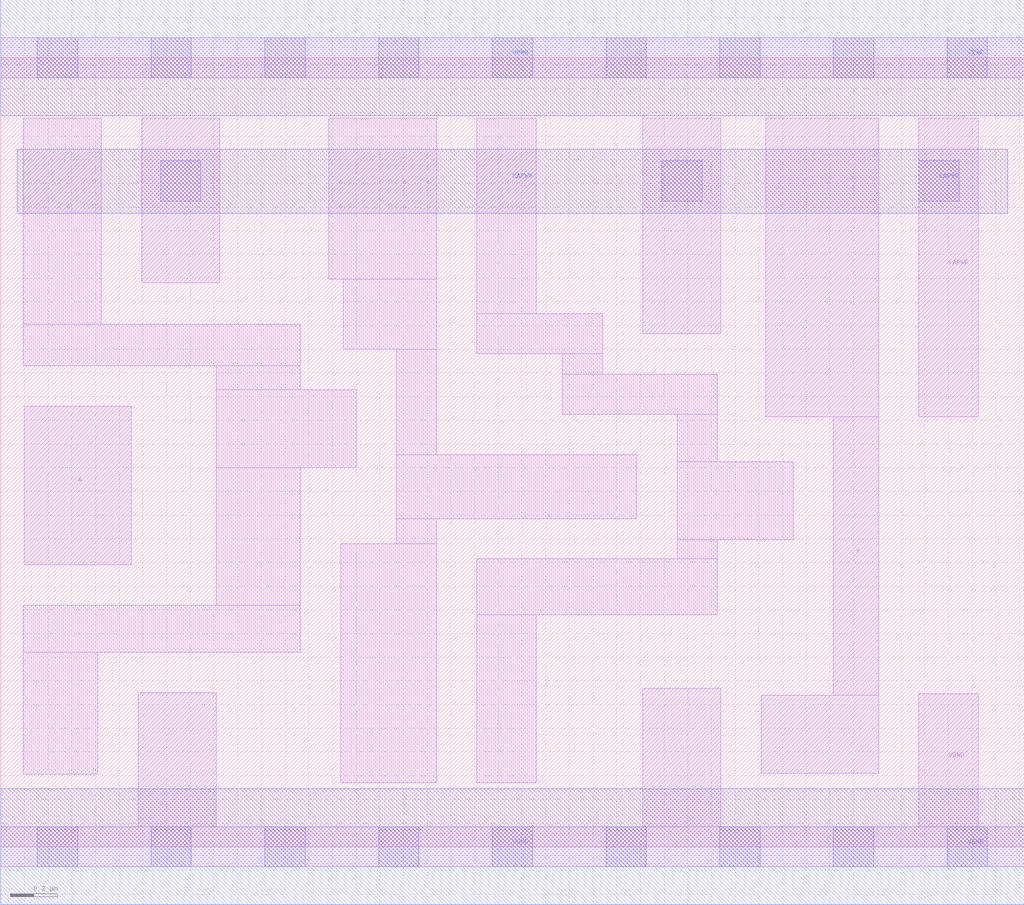
<source format=lef>
# Copyright 2020 The SkyWater PDK Authors
#
# Licensed under the Apache License, Version 2.0 (the "License");
# you may not use this file except in compliance with the License.
# You may obtain a copy of the License at
#
#     https://www.apache.org/licenses/LICENSE-2.0
#
# Unless required by applicable law or agreed to in writing, software
# distributed under the License is distributed on an "AS IS" BASIS,
# WITHOUT WARRANTIES OR CONDITIONS OF ANY KIND, either express or implied.
# See the License for the specific language governing permissions and
# limitations under the License.
#
# SPDX-License-Identifier: Apache-2.0

VERSION 5.7 ;
  NAMESCASESENSITIVE ON ;
  NOWIREEXTENSIONATPIN ON ;
  DIVIDERCHAR "/" ;
  BUSBITCHARS "[]" ;
UNITS
  DATABASE MICRONS 200 ;
END UNITS
MACRO sky130_fd_sc_lp__dlybuf4s25kapwr_2
  CLASS CORE ;
  SOURCE USER ;
  FOREIGN sky130_fd_sc_lp__dlybuf4s25kapwr_2 ;
  ORIGIN  0.000000  0.000000 ;
  SIZE  4.320000 BY  3.330000 ;
  SYMMETRY X Y ;
  SITE unit ;
  PIN A
    ANTENNAGATEAREA  0.252000 ;
    DIRECTION INPUT ;
    USE SIGNAL ;
    PORT
      LAYER li1 ;
        RECT 0.100000 1.190000 0.550000 1.860000 ;
    END
  END A
  PIN X
    ANTENNADIFFAREA  0.470400 ;
    DIRECTION OUTPUT ;
    USE SIGNAL ;
    PORT
      LAYER li1 ;
        RECT 3.210000 0.310000 3.705000 0.640000 ;
        RECT 3.230000 1.815000 3.705000 3.075000 ;
        RECT 3.515000 0.640000 3.705000 1.815000 ;
    END
  END X
  PIN KAPWR
    DIRECTION INOUT ;
    USE POWER ;
    PORT
      LAYER li1 ;
        RECT 0.595000 2.380000 0.925000 3.075000 ;
        RECT 2.710000 2.165000 3.040000 3.075000 ;
        RECT 3.875000 1.815000 4.125000 3.075000 ;
      LAYER mcon ;
        RECT 0.675000 2.725000 0.845000 2.895000 ;
        RECT 2.790000 2.725000 2.960000 2.895000 ;
        RECT 3.875000 2.725000 4.045000 2.895000 ;
      LAYER met1 ;
        RECT 0.070000 2.675000 4.250000 2.945000 ;
    END
  END KAPWR
  PIN VGND
    DIRECTION INOUT ;
    USE GROUND ;
    PORT
      LAYER li1 ;
        RECT 0.000000 -0.085000 4.320000 0.085000 ;
        RECT 0.580000  0.085000 0.910000 0.650000 ;
        RECT 2.710000  0.085000 3.040000 0.670000 ;
        RECT 3.875000  0.085000 4.125000 0.645000 ;
      LAYER mcon ;
        RECT 0.155000 -0.085000 0.325000 0.085000 ;
        RECT 0.635000 -0.085000 0.805000 0.085000 ;
        RECT 1.115000 -0.085000 1.285000 0.085000 ;
        RECT 1.595000 -0.085000 1.765000 0.085000 ;
        RECT 2.075000 -0.085000 2.245000 0.085000 ;
        RECT 2.555000 -0.085000 2.725000 0.085000 ;
        RECT 3.035000 -0.085000 3.205000 0.085000 ;
        RECT 3.515000 -0.085000 3.685000 0.085000 ;
        RECT 3.995000 -0.085000 4.165000 0.085000 ;
      LAYER met1 ;
        RECT 0.000000 -0.245000 4.320000 0.245000 ;
    END
  END VGND
  PIN VPWR
    DIRECTION INOUT ;
    USE POWER ;
    PORT
      LAYER li1 ;
        RECT 0.000000 3.245000 4.320000 3.415000 ;
      LAYER mcon ;
        RECT 0.155000 3.245000 0.325000 3.415000 ;
        RECT 0.635000 3.245000 0.805000 3.415000 ;
        RECT 1.115000 3.245000 1.285000 3.415000 ;
        RECT 1.595000 3.245000 1.765000 3.415000 ;
        RECT 2.075000 3.245000 2.245000 3.415000 ;
        RECT 2.555000 3.245000 2.725000 3.415000 ;
        RECT 3.035000 3.245000 3.205000 3.415000 ;
        RECT 3.515000 3.245000 3.685000 3.415000 ;
        RECT 3.995000 3.245000 4.165000 3.415000 ;
      LAYER met1 ;
        RECT 0.000000 3.085000 4.320000 3.575000 ;
    END
  END VPWR
  OBS
    LAYER li1 ;
      RECT 0.095000 0.305000 0.410000 0.820000 ;
      RECT 0.095000 0.820000 1.265000 1.020000 ;
      RECT 0.095000 2.030000 1.265000 2.205000 ;
      RECT 0.095000 2.205000 0.425000 3.075000 ;
      RECT 0.910000 1.020000 1.265000 1.600000 ;
      RECT 0.910000 1.600000 1.500000 1.930000 ;
      RECT 0.910000 1.930000 1.265000 2.030000 ;
      RECT 1.385000 2.395000 1.840000 3.075000 ;
      RECT 1.435000 0.270000 1.840000 1.280000 ;
      RECT 1.445000 2.100000 1.840000 2.395000 ;
      RECT 1.670000 1.280000 1.840000 1.385000 ;
      RECT 1.670000 1.385000 2.685000 1.655000 ;
      RECT 1.670000 1.655000 1.840000 2.100000 ;
      RECT 2.010000 0.270000 2.260000 0.980000 ;
      RECT 2.010000 0.980000 3.025000 1.215000 ;
      RECT 2.010000 2.080000 2.540000 2.250000 ;
      RECT 2.010000 2.250000 2.260000 3.075000 ;
      RECT 2.370000 1.825000 3.025000 1.995000 ;
      RECT 2.370000 1.995000 2.540000 2.080000 ;
      RECT 2.855000 1.215000 3.025000 1.295000 ;
      RECT 2.855000 1.295000 3.345000 1.625000 ;
      RECT 2.855000 1.625000 3.025000 1.825000 ;
  END
END sky130_fd_sc_lp__dlybuf4s25kapwr_2

</source>
